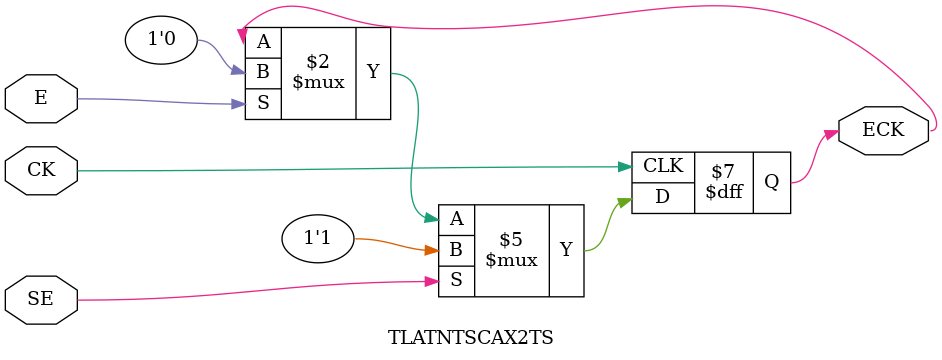
<source format=v>
module TLATNTSCAX2TS ( E, SE, CK, ECK );
  input E, SE, CK;
  output ECK;

  reg ECK;

  always @(posedge CK) begin
    if (SE) begin
      ECK <= 1'b1;
    end else if (E) begin
      ECK <= 1'b0;
    end
  end
endmodule
</source>
